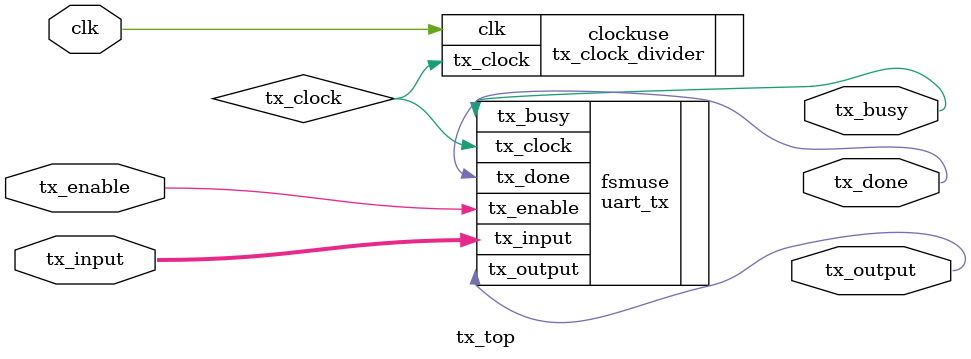
<source format=v>


module tx_top
 // these are parameter from rx_clock can be over written from here 
 #(parameter system_clock = 25000000 ,// Fpga or system oscillator frequency 
   parameter tx_baudrate = 9600 , // define the input baud rate 
   parameter stop_bit_count = 1 ) // no of samples for input bit 

   ( input[7:0] tx_input, 
    //wire tx_clock, // will define this as wire as have the same keword for the output also)
    input tx_enable,
    output tx_done,
    output tx_busy,
    output tx_output ,

    // from rx_clock
    input clk // system closk frequency input 
    // output reg rx_clock // required output clock frequnecy ;
   );

wire tx_clock; // this wire is for connecting the boaud rate clock 

// intiance of the clock
tx_clock_divider #(.system_clock(system_clock),
            .tx_baudrate(tx_baudrate))
    clockuse (.clk(clk),
            .tx_clock(tx_clock));

uart_tx fsmuse (.tx_input(tx_input),
               .tx_clock(tx_clock),
               .tx_enable(tx_enable),
               .tx_done(tx_done),
               .tx_busy(tx_busy),
               .tx_output(tx_output)); 


endmodule
</source>
